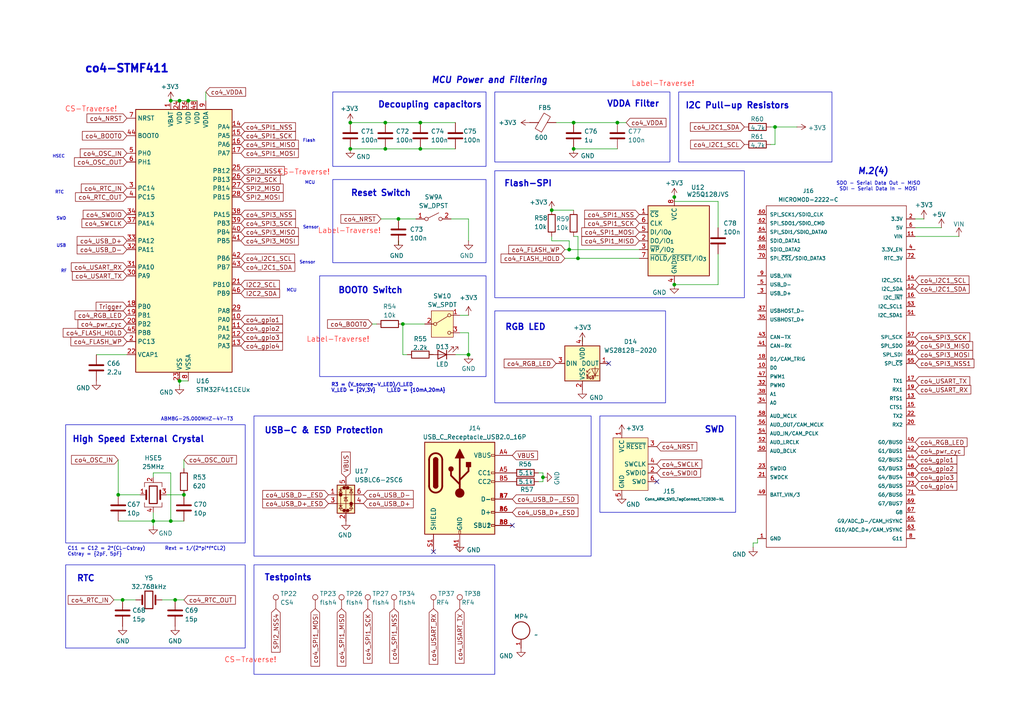
<source format=kicad_sch>
(kicad_sch (version 20250114) (generator "eeschema") (generator_version "9.0")
  (paper "A4")
  (rectangle (start 19.05 123.19) (end 71.12 157.48))
  (rectangle (start 196.85 26.67) (end 241.3 46.99))
  (rectangle (start 143.51 49.53) (end 215.9 86.36))
  (rectangle (start 73.66 120.65) (end 171.45 161.29))
  (rectangle (start 96.52 26.67) (end 140.97 48.26))
  (rectangle (start 96.52 52.07) (end 140.97 76.2))
  (rectangle (start 19.05 163.83) (end 71.12 187.96))
  (rectangle (start 143.51 90.17) (end 193.04 116.84))
  (rectangle (start 173.99 120.65) (end 213.36 148.59))
  (rectangle (start 143.51 26.67) (end 194.31 46.99))
  (rectangle (start 73.66 163.83) (end 143.51 195.58))
  (rectangle (start 92.71 80.01) (end 140.97 109.22))
  (text "MCU" (at 84.582 84.328 0) (effects (font (size 0.889 0.889))))
  (text "RTC\n" (at 24.892 167.894 0) (effects (font (size 1.778 1.778) (thickness 0.3556) (bold yes))))
  (text "Testpoints" (at 83.566 167.64 0) (effects (font (size 1.778 1.778) (thickness 0.3556) (bold yes))))
  (text "USB\n" (at 17.78 71.374 0) (effects (font (size 0.889 0.889))))
  (text "Sensor" (at 89.154 76.2 0) (effects (font (size 0.889 0.889))))
  (text "M.2(4)\n" (at 253.238 49.784 0) (effects (font (size 1.778 1.778) (thickness 0.3556) (bold yes) (italic yes))))
  (text "USB-C & ESD Protection\n" (at 93.98 124.968 0) (effects (font (size 1.778 1.778) (thickness 0.3556) (bold yes))))
  (text "HSEC" (at 17.018 45.466 0) (effects (font (size 0.889 0.889))))
  (text "MCU Power and Filtering" (at 141.986 23.368 0) (effects (font (size 1.778 1.778) (thickness 0.3556) (bold yes) (italic yes))))
  (text "Label-Traverse!\n" (at 98.044 98.552 0) (effects (font (size 1.524 1.524))))
  (text "VDDA Filter\n" (at 183.642 30.226 0) (effects (font (size 1.778 1.778) (thickness 0.3556) (bold yes))))
  (text "RTC" (at 17.272 55.88 0) (effects (font (size 0.889 0.889))))
  (text "RGB LED" (at 152.4 94.996 0) (effects (font (size 1.778 1.778) (thickness 0.3556) (bold yes))))
  (text "Label-Traverse!\n" (at 101.346 67.056 0) (effects (font (size 1.524 1.524))))
  (text "I2C Pull-up Resistors" (at 213.868 30.734 0) (effects (font (size 1.778 1.778) (thickness 0.3556) (bold yes))))
  (text "C11 = C12 = 2*(CL-Cstray)	Rext = 1/(2*pi*f*CL2)\nCstray = {2pF, 5pF}" (at 19.558 160.02 0) (effects (font (size 1.016 1.016) (thickness 0.1588)) (justify left)))
  (text "co4-STMF411\n\n" (at 36.83 21.844 0) (effects (font (size 2.286 2.286) (thickness 0.508) (bold yes))))
  (text "Flash" (at 89.662 40.894 0) (effects (font (size 0.889 0.889))))
  (text "Reset Switch\n" (at 110.49 56.134 0) (effects (font (size 1.778 1.778) (thickness 0.3556) (bold yes))))
  (text "RF" (at 18.542 78.74 0) (effects (font (size 0.889 0.889))))
  (text "R3 = (V_source-V_LED)/I_LED\nV_LED = {2V,3V}	I_LED = {10mA,20mA}" (at 96.012 112.522 0) (effects (font (size 1.016 1.016) (thickness 0.2032) (bold yes)) (justify left)))
  (text "Label-Traverse!\n" (at 192.278 24.384 0) (effects (font (size 1.524 1.524))))
  (text "CS-Traverse!\n" (at 88.138 50.038 0) (effects (font (size 1.524 1.524))))
  (text "SWD\n" (at 207.264 124.714 0) (effects (font (size 1.778 1.778) (thickness 0.3556) (bold yes))))
  (text "MCU" (at 89.916 53.086 0) (effects (font (size 0.889 0.889))))
  (text "CS-Traverse!\n" (at 26.416 31.75 0) (effects (font (size 1.524 1.524))))
  (text "BOOT0 Switch" (at 107.442 84.328 0) (effects (font (size 1.778 1.778) (thickness 0.3556) (bold yes))))
  (text "Sensor" (at 90.17 66.04 0) (effects (font (size 0.889 0.889))))
  (text "CS-Traverse!\n" (at 72.644 191.516 0) (effects (font (size 1.524 1.524))))
  (text "ABM8G-25.000MHZ-4Y-T3\n" (at 57.15 121.666 0) (effects (font (size 1.016 1.016) (thickness 0.1588))))
  (text "SDO - Serial Data Out - MISO\nSDI - Serial Data In - MOSI" (at 254.762 54.102 0) (effects (font (size 1.016 1.016))))
  (text "Decoupling capacitors\n" (at 124.714 30.48 0) (effects (font (size 1.778 1.778) (thickness 0.3556) (bold yes))))
  (text "Flash-SPI" (at 153.162 53.34 0) (effects (font (size 1.778 1.778) (thickness 0.3556) (bold yes))))
  (text "High Speed External Crystal" (at 40.132 127.508 0) (effects (font (size 1.778 1.778) (thickness 0.3556) (bold yes))))
  (text "SWD" (at 17.78 63.5 0) (effects (font (size 0.889 0.889))))
  (junction (at 44.45 151.13))
  (junction (at 135.89 102.87))
  (junction (at 52.07 29.21))
  (junction (at 35.56 173.99))
  (junction (at 101.6 43.18))
  (junction (at 111.76 35.56))
  (junction (at 49.53 151.13))
  (junction (at 111.76 43.18))
  (junction (at 52.07 110.49))
  (junction (at 167.64 74.93))
  (junction (at 121.92 35.56))
  (junction (at 195.58 57.15))
  (junction (at 166.37 43.18))
  (junction (at 49.53 29.21))
  (junction (at 115.57 63.5))
  (junction (at 116.84 93.98))
  (junction (at 54.61 29.21))
  (junction (at 224.79 36.83))
  (junction (at 121.92 43.18))
  (junction (at 53.34 143.51))
  (junction (at 50.8 173.99))
  (junction (at 165.1 72.39))
  (junction (at 157.48 138.43))
  (junction (at 195.58 82.55))
  (junction (at 34.29 143.51))
  (junction (at 101.6 35.56))
  (junction (at 166.37 35.56))
  (junction (at 160.02 60.96))
  (junction (at 179.07 35.56))
  (no_connect (at 176.53 105.41))
  (no_connect (at 125.73 160.02))
  (no_connect (at 148.59 152.4))
  (no_connect (at 190.5 139.7))
  (wire (pts (xy 33.02 173.99) (xy 35.56 173.99)))
  (wire (pts (xy 133.35 157.48) (xy 133.35 160.02)))
  (wire (pts (xy 59.69 26.67) (xy 59.69 29.21)))
  (wire (pts (xy 111.76 43.18) (xy 121.92 43.18)))
  (wire (pts (xy 181.61 35.56) (xy 179.07 35.56)))
  (wire (pts (xy 168.91 99.06) (xy 168.91 97.79)))
  (wire (pts (xy 218.44 157.48) (xy 218.44 158.75)))
  (wire (pts (xy 224.79 36.83) (xy 223.52 36.83)))
  (wire (pts (xy 44.45 151.13) (xy 44.45 148.59)))
  (wire (pts (xy 111.76 35.56) (xy 121.92 35.56)))
  (wire (pts (xy 157.48 137.16) (xy 156.21 137.16)))
  (wire (pts (xy 44.45 137.16) (xy 49.53 137.16)))
  (wire (pts (xy 167.64 74.93) (xy 185.42 74.93)))
  (wire (pts (xy 160.02 69.85) (xy 165.1 69.85)))
  (wire (pts (xy 121.92 43.18) (xy 132.08 43.18)))
  (wire (pts (xy 224.79 36.83) (xy 231.14 36.83)))
  (wire (pts (xy 165.1 72.39) (xy 185.42 72.39)))
  (wire (pts (xy 52.07 110.49) (xy 54.61 110.49)))
  (wire (pts (xy 163.83 72.39) (xy 165.1 72.39)))
  (wire (pts (xy 135.89 102.87) (xy 132.08 102.87)))
  (wire (pts (xy 57.15 29.21) (xy 54.61 29.21)))
  (wire (pts (xy 115.57 63.5) (xy 120.65 63.5)))
  (wire (pts (xy 166.37 68.58) (xy 167.64 68.58)))
  (wire (pts (xy 115.57 69.85) (xy 115.57 71.12)))
  (wire (pts (xy 125.73 102.87) (xy 124.46 102.87)))
  (wire (pts (xy 121.92 35.56) (xy 132.08 35.56)))
  (wire (pts (xy 116.84 93.98) (xy 116.84 102.87)))
  (wire (pts (xy 135.89 96.52) (xy 135.89 102.87)))
  (wire (pts (xy 157.48 139.7) (xy 157.48 138.43)))
  (wire (pts (xy 219.71 157.48) (xy 218.44 157.48)))
  (wire (pts (xy 224.79 41.91) (xy 223.52 41.91)))
  (wire (pts (xy 166.37 35.56) (xy 179.07 35.56)))
  (wire (pts (xy 208.28 58.42) (xy 208.28 66.04)))
  (wire (pts (xy 195.58 57.15) (xy 195.58 58.42)))
  (wire (pts (xy 273.05 66.04) (xy 265.43 66.04)))
  (wire (pts (xy 180.34 125.73) (xy 180.34 124.46)))
  (wire (pts (xy 116.84 93.98) (xy 123.19 93.98)))
  (wire (pts (xy 160.02 68.58) (xy 160.02 69.85)))
  (wire (pts (xy 156.21 139.7) (xy 157.48 139.7)))
  (wire (pts (xy 27.94 102.87) (xy 36.83 102.87)))
  (wire (pts (xy 52.07 29.21) (xy 49.53 29.21)))
  (wire (pts (xy 54.61 29.21) (xy 52.07 29.21)))
  (wire (pts (xy 130.81 63.5) (xy 135.89 63.5)))
  (wire (pts (xy 157.48 138.43) (xy 157.48 137.16)))
  (wire (pts (xy 165.1 69.85) (xy 165.1 72.39)))
  (wire (pts (xy 267.97 63.5) (xy 265.43 63.5)))
  (wire (pts (xy 133.35 96.52) (xy 135.89 96.52)))
  (wire (pts (xy 195.58 58.42) (xy 208.28 58.42)))
  (wire (pts (xy 219.71 157.48) (xy 219.71 156.21)))
  (wire (pts (xy 46.99 173.99) (xy 50.8 173.99)))
  (wire (pts (xy 34.29 151.13) (xy 44.45 151.13)))
  (wire (pts (xy 52.07 111.76) (xy 52.07 110.49)))
  (wire (pts (xy 224.79 41.91) (xy 224.79 36.83)))
  (wire (pts (xy 50.8 173.99) (xy 53.34 173.99)))
  (wire (pts (xy 278.13 68.58) (xy 265.43 68.58)))
  (wire (pts (xy 110.49 63.5) (xy 115.57 63.5)))
  (wire (pts (xy 101.6 35.56) (xy 111.76 35.56)))
  (wire (pts (xy 208.28 82.55) (xy 195.58 82.55)))
  (wire (pts (xy 53.34 133.35) (xy 53.34 135.89)))
  (wire (pts (xy 135.89 63.5) (xy 135.89 69.85)))
  (wire (pts (xy 44.45 152.4) (xy 44.45 151.13)))
  (wire (pts (xy 163.83 74.93) (xy 167.64 74.93)))
  (wire (pts (xy 107.95 93.98) (xy 109.22 93.98)))
  (wire (pts (xy 160.02 60.96) (xy 166.37 60.96)))
  (wire (pts (xy 34.29 143.51) (xy 40.64 143.51)))
  (wire (pts (xy 35.56 173.99) (xy 39.37 173.99)))
  (wire (pts (xy 118.11 102.87) (xy 116.84 102.87)))
  (wire (pts (xy 166.37 43.18) (xy 179.07 43.18)))
  (wire (pts (xy 34.29 133.35) (xy 34.29 143.51)))
  (wire (pts (xy 48.26 143.51) (xy 53.34 143.51)))
  (wire (pts (xy 49.53 137.16) (xy 49.53 151.13)))
  (wire (pts (xy 101.6 43.18) (xy 111.76 43.18)))
  (wire (pts (xy 208.28 73.66) (xy 208.28 82.55)))
  (wire (pts (xy 44.45 151.13) (xy 49.53 151.13)))
  (wire (pts (xy 180.34 143.51) (xy 180.34 144.78)))
  (wire (pts (xy 161.29 35.56) (xy 166.37 35.56)))
  (wire (pts (xy 135.89 91.44) (xy 133.35 91.44)))
  (wire (pts (xy 167.64 68.58) (xy 167.64 74.93)))
  (wire (pts (xy 44.45 138.43) (xy 44.45 137.16)))
  (wire (pts (xy 49.53 151.13) (xy 53.34 151.13)))
  (global_label "co4_I2C1_SDA" (shape input) (at 69.85 77.47 0) (property "Intersheetrefs" "${INTERSHEET_REFS}" (effects (hide yes))))
  (global_label "VBUS" (shape input) (at 148.59 132.08 0) (effects (font (thickness 0.1588))) (property "Intersheetrefs" "${INTERSHEET_REFS}" (effects (hide yes))))
  (global_label "co4_USART_RX" (shape input) (at 36.83 77.47 180) (property "Intersheetrefs" "${INTERSHEET_REFS}" (effects (hide yes))))
  (global_label "co4_USART_TX" (shape input) (at 36.83 80.01 180) (property "Intersheetrefs" "${INTERSHEET_REFS}" (effects (hide yes))))
  (global_label "co4_gpio4" (shape input) (at 69.85 100.33 0) (effects (font (thickness 0.1588))) (property "Intersheetrefs" "${INTERSHEET_REFS}" (effects (hide yes))))
  (global_label "co4_RGB_LED" (shape input) (at 265.43 128.27 0) (property "Intersheetrefs" "${INTERSHEET_REFS}" (effects (hide yes))))
  (global_label "co4_USB_D+" (shape input) (at 36.83 69.85 180) (property "Intersheetrefs" "${INTERSHEET_REFS}" (effects (hide yes))))
  (global_label "co4_RTC_IN" (shape input) (at 36.83 54.61 180) (property "Intersheetrefs" "${INTERSHEET_REFS}" (effects (hide yes))))
  (global_label "co4_SPI3_SCK" (shape input) (at 69.85 64.77 0) (property "Intersheetrefs" "${INTERSHEET_REFS}" (effects (hide yes))))
  (global_label "co4_pwr_cyc" (shape input) (at 265.43 130.81 0) (property "Intersheetrefs" "${INTERSHEET_REFS}" (effects (hide yes))))
  (global_label "co4_OSC_IN" (shape input) (at 36.83 44.45 180) (property "Intersheetrefs" "${INTERSHEET_REFS}" (effects (hide yes))))
  (global_label "co4_SPI1_MOSI" (shape input) (at 185.42 67.31 180) (property "Intersheetrefs" "${INTERSHEET_REFS}" (effects (hide yes))))
  (global_label "co4_SPI3_NSS" (shape input) (at 69.85 62.23 0) (property "Intersheetrefs" "${INTERSHEET_REFS}" (effects (hide yes))))
  (global_label "co4_SPI1_MISO" (shape input) (at 69.85 41.91 0) (property "Intersheetrefs" "${INTERSHEET_REFS}" (effects (hide yes))))
  (global_label "co4_FLASH_WP" (shape input) (at 163.83 72.39 180) (property "Intersheetrefs" "${INTERSHEET_REFS}" (effects (hide yes))))
  (global_label "co4_gpio4" (shape input) (at 265.43 140.97 0) (effects (font (thickness 0.1588))) (property "Intersheetrefs" "${INTERSHEET_REFS}" (effects (hide yes))))
  (global_label "co4_gpio2" (shape input) (at 265.43 135.89 0) (effects (font (thickness 0.1588))) (property "Intersheetrefs" "${INTERSHEET_REFS}" (effects (hide yes))))
  (global_label "co4_RTC_OUT" (shape input) (at 36.83 57.15 180) (property "Intersheetrefs" "${INTERSHEET_REFS}" (effects (hide yes))))
  (global_label "co4_gpio1" (shape input) (at 69.85 92.71 0) (effects (font (thickness 0.1588))) (property "Intersheetrefs" "${INTERSHEET_REFS}" (effects (hide yes))))
  (global_label "co4_USB_D+" (shape input) (at 105.41 146.05 0) (property "Intersheetrefs" "${INTERSHEET_REFS}" (effects (hide yes))))
  (global_label "co4_gpio1" (shape input) (at 265.43 133.35 0) (effects (font (thickness 0.1588))) (property "Intersheetrefs" "${INTERSHEET_REFS}" (effects (hide yes))))
  (global_label "co4_USART_TX" (shape input) (at 133.35 176.53 270) (property "Intersheetrefs" "${INTERSHEET_REFS}" (effects (hide yes))))
  (global_label "co4_RTC_IN" (shape input) (at 33.02 173.99 180) (property "Intersheetrefs" "${INTERSHEET_REFS}" (effects (hide yes))))
  (global_label "I2C2_SCL" (shape input) (at 69.85 82.55 0) (property "Intersheetrefs" "${INTERSHEET_REFS}" (effects (hide yes))))
  (global_label "co4_gpio3" (shape input) (at 265.43 138.43 0) (effects (font (thickness 0.1588))) (property "Intersheetrefs" "${INTERSHEET_REFS}" (effects (hide yes))))
  (global_label "co4_pwr_cyc" (shape input) (at 36.83 93.98 180) (property "Intersheetrefs" "${INTERSHEET_REFS}" (effects (hide yes))))
  (global_label "co4_USB_D-_ESD" (shape input) (at 148.59 144.78 0) (effects (font (thickness 0.1588))) (property "Intersheetrefs" "${INTERSHEET_REFS}" (effects (hide yes))))
  (global_label "co4_SPI1_MISO" (shape input) (at 185.42 69.85 180) (property "Intersheetrefs" "${INTERSHEET_REFS}" (effects (hide yes))))
  (global_label "co4_SPI3_SCK" (shape input) (at 265.43 97.79 0) (effects (font (thickness 0.1588))) (property "Intersheetrefs" "${INTERSHEET_REFS}" (effects (hide yes))))
  (global_label "co4_NRST" (shape input) (at 190.5 129.54 0) (property "Intersheetrefs" "${INTERSHEET_REFS}" (effects (hide yes))))
  (global_label "co4_BOOT0" (shape input) (at 36.83 39.37 180) (property "Intersheetrefs" "${INTERSHEET_REFS}" (effects (hide yes))))
  (global_label "co4_I2C1_SCL" (shape input) (at 69.85 74.93 0) (property "Intersheetrefs" "${INTERSHEET_REFS}" (effects (hide yes))))
  (global_label "co4_SPI1_NSS" (shape input) (at 69.85 36.83 0) (effects (font (thickness 0.1588))) (property "Intersheetrefs" "${INTERSHEET_REFS}" (effects (hide yes))))
  (global_label "co4_RTC_OUT" (shape input) (at 53.34 173.99 0) (property "Intersheetrefs" "${INTERSHEET_REFS}" (effects (hide yes))))
  (global_label "co4_VDDA" (shape input) (at 181.61 35.56 0) (property "Intersheetrefs" "${INTERSHEET_REFS}" (effects (hide yes))))
  (global_label "co4_USB_D+_ESD" (shape input) (at 148.59 148.59 0) (effects (font (thickness 0.1588))) (property "Intersheetrefs" "${INTERSHEET_REFS}" (effects (hide yes))))
  (global_label "SPI2_NSS4" (shape input) (at 69.85 49.53 0) (property "Intersheetrefs" "${INTERSHEET_REFS}" (effects (hide yes))))
  (global_label "co4_BOOT0" (shape input) (at 107.95 93.98 180) (effects (font (thickness 0.1588))) (property "Intersheetrefs" "${INTERSHEET_REFS}" (effects (hide yes))))
  (global_label "SPI2_SCK" (shape input) (at 69.85 52.07 0) (property "Intersheetrefs" "${INTERSHEET_REFS}" (effects (hide yes))))
  (global_label "co4_SPI3_NSS1" (shape input) (at 265.43 105.41 0) (effects (font (thickness 0.1588))) (property "Intersheetrefs" "${INTERSHEET_REFS}" (effects (hide yes))))
  (global_label "co4_USB_D-" (shape input) (at 105.41 143.51 0) (property "Intersheetrefs" "${INTERSHEET_REFS}" (effects (hide yes))))
  (global_label "co4_USART_TX" (shape input) (at 265.43 110.49 0) (property "Intersheetrefs" "${INTERSHEET_REFS}" (effects (hide yes))))
  (global_label "co4_SWCLK" (shape input) (at 190.5 134.62 0) (property "Intersheetrefs" "${INTERSHEET_REFS}" (effects (hide yes))))
  (global_label "co4_I2C1_SDA" (shape input) (at 265.43 83.82 0) (property "Intersheetrefs" "${INTERSHEET_REFS}" (effects (hide yes))))
  (global_label "co4_USART_RX" (shape input) (at 125.73 176.53 270) (property "Intersheetrefs" "${INTERSHEET_REFS}" (effects (hide yes))))
  (global_label "co4_I2C1_SDA" (shape input) (at 215.9 36.83 180) (effects (font (thickness 0.1588))) (property "Intersheetrefs" "${INTERSHEET_REFS}" (effects (hide yes))))
  (global_label "VBUS" (shape input) (at 100.33 138.43 90) (effects (font (thickness 0.1588))) (property "Intersheetrefs" "${INTERSHEET_REFS}" (effects (hide yes))))
  (global_label "co4_RGB_LED" (shape input) (at 36.83 91.44 180) (property "Intersheetrefs" "${INTERSHEET_REFS}" (effects (hide yes))))
  (global_label "SPI2_MOSI" (shape input) (at 69.85 57.15 0) (property "Intersheetrefs" "${INTERSHEET_REFS}" (effects (hide yes))))
  (global_label "co4_SWDIO" (shape input) (at 36.83 62.23 180) (property "Intersheetrefs" "${INTERSHEET_REFS}" (effects (hide yes))))
  (global_label "co4_FLASH_HOLD" (shape input) (at 163.83 74.93 180) (property "Intersheetrefs" "${INTERSHEET_REFS}" (effects (hide yes))))
  (global_label "SPI2_NSS4" (shape input) (at 80.01 176.53 270) (property "Intersheetrefs" "${INTERSHEET_REFS}" (effects (hide yes))))
  (global_label "Trigger" (shape input) (at 36.83 88.9 180) (property "Intersheetrefs" "${INTERSHEET_REFS}" (effects (hide yes))))
  (global_label "co4_SPI3_MOSI" (shape input) (at 265.43 102.87 0) (property "Intersheetrefs" "${INTERSHEET_REFS}" (effects (hide yes))))
  (global_label "co4_OSC_OUT" (shape input) (at 36.83 46.99 180) (property "Intersheetrefs" "${INTERSHEET_REFS}" (effects (hide yes))))
  (global_label "co4_gpio2" (shape input) (at 69.85 95.25 0) (effects (font (thickness 0.1588))) (property "Intersheetrefs" "${INTERSHEET_REFS}" (effects (hide yes))))
  (global_label "co4_VDDA" (shape input) (at 59.69 26.67 0) (property "Intersheetrefs" "${INTERSHEET_REFS}" (effects (hide yes))))
  (global_label "co4_USART_RX" (shape input) (at 265.43 113.03 0) (property "Intersheetrefs" "${INTERSHEET_REFS}" (effects (hide yes))))
  (global_label "co4_USB_D+_ESD" (shape input) (at 95.25 146.05 180) (effects (font (thickness 0.1588))) (property "Intersheetrefs" "${INTERSHEET_REFS}" (effects (hide yes))))
  (global_label "co4_SPI1_MISO" (shape input) (at 99.06 176.53 270) (property "Intersheetrefs" "${INTERSHEET_REFS}" (effects (hide yes))))
  (global_label "co4_SPI1_SCK" (shape input) (at 106.68 176.53 270) (property "Intersheetrefs" "${INTERSHEET_REFS}" (effects (hide yes))))
  (global_label "co4_SWDIO" (shape input) (at 190.5 137.16 0) (property "Intersheetrefs" "${INTERSHEET_REFS}" (effects (hide yes))))
  (global_label "co4_USB_D-_ESD" (shape input) (at 95.25 143.51 180) (effects (font (thickness 0.1588))) (property "Intersheetrefs" "${INTERSHEET_REFS}" (effects (hide yes))))
  (global_label "co4_SPI1_SCK" (shape input) (at 69.85 39.37 0) (effects (font (thickness 0.1588))) (property "Intersheetrefs" "${INTERSHEET_REFS}" (effects (hide yes))))
  (global_label "co4_I2C1_SCL" (shape input) (at 265.43 81.28 0) (property "Intersheetrefs" "${INTERSHEET_REFS}" (effects (hide yes))))
  (global_label "co4_FLASH_HOLD" (shape input) (at 36.83 96.52 180) (property "Intersheetrefs" "${INTERSHEET_REFS}" (effects (hide yes))))
  (global_label "co4_gpio3" (shape input) (at 69.85 97.79 0) (effects (font (thickness 0.1588))) (property "Intersheetrefs" "${INTERSHEET_REFS}" (effects (hide yes))))
  (global_label "co4_USB_D-" (shape input) (at 36.83 72.39 180) (property "Intersheetrefs" "${INTERSHEET_REFS}" (effects (hide yes))))
  (global_label "co4_I2C1_SCL" (shape input) (at 215.9 41.91 180) (property "Intersheetrefs" "${INTERSHEET_REFS}" (effects (hide yes))))
  (global_label "co4_SPI3_MISO" (shape input) (at 265.43 100.33 0) (property "Intersheetrefs" "${INTERSHEET_REFS}" (effects (hide yes))))
  (global_label "SPI2_MISO" (shape input) (at 69.85 54.61 0) (property "Intersheetrefs" "${INTERSHEET_REFS}" (effects (hide yes))))
  (global_label "co4_NRST" (shape input) (at 36.83 34.29 180) (property "Intersheetrefs" "${INTERSHEET_REFS}" (effects (hide yes))))
  (global_label "co4_SPI1_MOSI" (shape input) (at 69.85 44.45 0) (property "Intersheetrefs" "${INTERSHEET_REFS}" (effects (hide yes))))
  (global_label "co4_OSC_OUT" (shape input) (at 53.34 133.35 0) (property "Intersheetrefs" "${INTERSHEET_REFS}" (effects (hide yes))))
  (global_label "co4_SPI1_MOSI" (shape input) (at 91.44 176.53 270) (property "Intersheetrefs" "${INTERSHEET_REFS}" (effects (hide yes))))
  (global_label "co4_FLASH_WP" (shape input) (at 36.83 99.06 180) (property "Intersheetrefs" "${INTERSHEET_REFS}" (effects (hide yes))))
  (global_label "co4_SWCLK" (shape input) (at 36.83 64.77 180) (property "Intersheetrefs" "${INTERSHEET_REFS}" (effects (hide yes))))
  (global_label "co4_OSC_IN" (shape input) (at 34.29 133.35 180) (property "Intersheetrefs" "${INTERSHEET_REFS}" (effects (hide yes))))
  (global_label "I2C2_SDA" (shape input) (at 69.85 85.09 0) (property "Intersheetrefs" "${INTERSHEET_REFS}" (effects (hide yes))))
  (global_label "co4_NRST" (shape input) (at 110.49 63.5 180) (property "Intersheetrefs" "${INTERSHEET_REFS}" (effects (hide yes))))
  (global_label "co4_SPI3_MOSI" (shape input) (at 69.85 69.85 0) (property "Intersheetrefs" "${INTERSHEET_REFS}" (effects (hide yes))))
  (global_label "co4_SPI1_SCK" (shape input) (at 185.42 64.77 180) (property "Intersheetrefs" "${INTERSHEET_REFS}" (effects (hide yes))))
  (global_label "co4_SPI1_NSS" (shape input) (at 114.3 176.53 270) (property "Intersheetrefs" "${INTERSHEET_REFS}" (effects (hide yes))))
  (global_label "co4_SPI1_NSS" (shape input) (at 185.42 62.23 180) (property "Intersheetrefs" "${INTERSHEET_REFS}" (effects (hide yes))))
  (global_label "co4_RGB_LED" (shape input) (at 161.29 105.41 180) (effects (font (thickness 0.1588))) (property "Intersheetrefs" "${INTERSHEET_REFS}" (effects (hide yes))))
  (global_label "co4_SPI3_MISO" (shape input) (at 69.85 67.31 0) (property "Intersheetrefs" "${INTERSHEET_REFS}" (effects (hide yes))))
  (symbol (lib_id "power:GND") (at 168.91 113.03 0) (unit 1)
    (property "Reference" "#PWR0146" (effects (hide yes)))
    (property "Value" "GND" (at 172.974 115.316 0))
    (property "Description" "Power symbol creates a global label with name \"GND\" , ground" (effects (hide yes)))
  )
  (symbol (lib_id "Connector:Conn_ARM_SWD_TagConnect_TC2030-NL") (at 182.88 134.62 0) (unit 1) (in_bom no)
    (property "Reference" "J15" (at 195.834 142.494 0) (effects (justify right)))
    (property "Value" "Conn_ARM_SWD_TagConnect_TC2030-NL" (at 210.058 144.78 0) (effects (font (size 0.762 0.762)) (justify right)))
    (property "Footprint" "Connector:Tag-Connect_TC2030-IDC-NL_2x03_P1.27mm_Vertical" (effects (hide yes)))
    (property "Datasheet" "https://www.tag-connect.com/wp-content/uploads/bsk-pdf-manager/TC2030-CTX_1.pdf" (effects (hide yes)))
    (property "Description" "Tag-Connect ARM Cortex SWD JTAG connector, 6 pin, no legs" (effects (hide yes)))
  )
  (symbol (lib_id "SparkFun-MicroMod:MICROMOD-2222-C") (at 242.57 113.03 0) (unit 1)
    (property "Reference" "J16" (at 234.442 55.372 0) (effects (font (size 1.143 1.143))))
    (property "Value" "MICROMOD-2222-C" (at 234.442 57.912 0) (effects (font (size 1.143 1.143))))
    (property "Footprint" "mdot2:TE_2199119-4" (effects (hide yes)))
  )
  (symbol (lib_id "power:GND") (at 195.58 82.55 0) (unit 1)
    (property "Reference" "#PWR0150" (effects (hide yes)))
    (property "Value" "GND" (at 191.262 84.836 0))
    (property "Description" "Power symbol creates a global label with name \"GND\" , ground" (effects (hide yes)))
  )
  (symbol (lib_id "Device:C") (at 50.8 177.8 0) (unit 1)
    (property "Reference" "C69" (at 53.594 177.038 0) (effects (justify left)))
    (property "Value" "15p" (at 53.594 179.578 0) (effects (justify left)))
    (property "Footprint" "Capacitor_SMD:C_0402_1005Metric" (effects (hide yes)))
    (property "Description" "Unpolarized capacitor" (effects (hide yes)))
  )
  (symbol (lib_id "power:GND") (at 50.8 181.61 0) (unit 1)
    (property "Reference" "#PWR0131" (effects (hide yes)))
    (property "Value" "GND" (at 50.8 185.928 0))
    (property "Description" "Power symbol creates a global label with name \"GND\" , ground" (effects (hide yes)))
  )
  (symbol (lib_id "power:+3V3") (at 153.67 35.56 90) (unit 1)
    (property "Reference" "#PWR0141" (effects (hide yes)))
    (property "Value" "+3V3" (at 149.86 35.5599 90) (effects (justify left)))
    (property "Description" "Power symbol creates a global label with name \"+3V3\"" (effects (hide yes)))
  )
  (symbol (lib_id "power:GND") (at 27.94 110.49 0) (unit 1)
    (property "Reference" "#PWR0127" (effects (hide yes)))
    (property "Value" "GND" (at 24.13 112.522 0))
    (property "Description" "Power symbol creates a global label with name \"GND\" , ground" (effects (hide yes)))
  )
  (symbol (lib_id "Device:C") (at 101.6 39.37 0) (unit 1)
    (property "Reference" "C71" (at 104.648 38.1 0) (effects (justify left)))
    (property "Value" "100n" (at 104.648 40.64 0) (effects (justify left)))
    (property "Footprint" "Capacitor_SMD:C_0402_1005Metric" (effects (hide yes)))
    (property "Description" "Unpolarized capacitor" (effects (hide yes)))
  )
  (symbol (lib_id "Device:C") (at 132.08 39.37 0) (unit 1)
    (property "Reference" "C75" (at 134.366 38.1 0) (effects (justify left)))
    (property "Value" "100n" (at 134.366 40.64 0) (effects (justify left)))
    (property "Footprint" "Capacitor_SMD:C_0402_1005Metric" (effects (hide yes)))
    (property "Description" "Unpolarized capacitor" (effects (hide yes)))
  )
  (symbol (lib_id "power:GND") (at 135.89 102.87 0) (unit 1)
    (property "Reference" "#PWR0140" (effects (hide yes)))
    (property "Value" "GND" (at 135.89 106.934 0))
    (property "Description" "Power symbol creates a global label with name \"GND\" , ground" (effects (hide yes)))
  )
  (symbol (lib_id "Device:R") (at 113.03 93.98 90) (unit 1)
    (property "Reference" "R54" (at 113.03 88.9 90))
    (property "Value" "10k" (at 113.03 91.44 90))
    (property "Footprint" "Resistor_SMD:R_0402_1005Metric" (effects (hide yes)))
    (property "Description" "Resistor" (effects (hide yes)))
  )
  (symbol (lib_id "Device:R") (at 219.71 36.83 270) (unit 1)
    (property "Reference" "R60" (at 217.678 34.544 90) (effects (justify left)))
    (property "Value" "4.7k" (at 217.678 37.084 90) (effects (justify left)))
    (property "Footprint" "Resistor_SMD:R_0402_1005Metric" (effects (hide yes)))
    (property "Description" "Resistor" (effects (hide yes)))
  )
  (symbol (lib_id "Device:C") (at 179.07 39.37 0) (unit 1)
    (property "Reference" "C77" (at 182.118 38.1 0) (effects (justify left)))
    (property "Value" "100n" (at 182.118 40.64 0) (effects (justify left)))
    (property "Footprint" "Capacitor_SMD:C_0402_1005Metric" (effects (hide yes)))
    (property "Description" "Unpolarized capacitor" (effects (hide yes)))
  )
  (symbol (lib_id "power:+3V3") (at 278.13 68.58 0) (unit 1)
    (property "Reference" "#PWR0155" (effects (hide yes)))
    (property "Value" "VIN" (at 278.13 65.024 0))
    (property "Description" "Power symbol creates a global label with name \"+3V3\"" (effects (hide yes)))
  )
  (symbol (lib_id "WA-SMSI_9774XXX151:WA-SMSI_9774XXX151") (at 151.13 182.88 90) (unit 1)
    (property "Reference" "MP4" (at 149.098 178.816 90) (effects (justify right)))
    (property "Value" "~" (at 154.94 184.15 90) (effects (justify right)))
    (property "Footprint" "WA-SMSI_9774XXX151:WA-SMSI_9774025151" (effects (hide yes)))
    (property "Check_prices" "https://www.snapeda.com/parts/9774025151R/W%25C3%25BCrth+Elektronik+Midcom/view-part/?ref=eda" (effects (hide yes)))
    (property "MF" "Würth Elektronik" (effects (hide yes)))
    (property "THREAD" "M2.5" (effects (hide yes)))
    (property "INNER-DIAMETER" "3.5mm" (effects (hide yes)))
    (property "Package" "None" (effects (hide yes)))
    (property "Price" "None" (effects (hide yes)))
    (property "PIN-LENGTH" "2.5mm" (effects (hide yes)))
    (property "INNER-THREAD-LENGTH" "-" (effects (hide yes)))
    (property "VALUE" "M2.5 x 2.5mm" (effects (hide yes)))
    (property "Availability" "In Stock" (effects (hide yes)))
    (property "SnapEDA_Link" "https://www.snapeda.com/parts/9774025151R/W%25C3%25BCrth+Elektronik+Midcom/view-part/?ref=snap" (effects (hide yes)))
    (property "DATASHEET-URL" "https://www.we-online.com/catalog/datasheet/9774025151R.pdf" (effects (hide yes)))
    (property "MP" "9774025151R" (effects (hide yes)))
    (property "PART-NUMBER" "9774025151R" (effects (hide yes)))
    (property "OUTER-DIAMETER" "5.1mm" (effects (hide yes)))
    (property "Description_1" "Round Standoff Threaded M2.5x0.45 Steel 0.098 (2.50mm) -" (effects (hide yes)))
  )
  (symbol (lib_id "power:GND") (at 157.48 138.43 90) (unit 1)
    (property "Reference" "#PWR0142" (effects (hide yes)))
    (property "Value" "GND" (at 161.544 136.652 0) (effects (justify right)))
    (property "Description" "Power symbol creates a global label with name \"GND\" , ground" (effects (hide yes)))
  )
  (symbol (lib_id "Connector:TestPoint") (at 133.35 176.53 0) (unit 1)
    (property "Reference" "TP38" (at 134.62 172.212 0) (effects (justify left)))
    (property "Value" "RF4" (at 133.858 174.752 0) (effects (justify left)))
    (property "Footprint" "TestPoint:TestPoint_Pad_D1.0mm" (effects (hide yes)))
    (property "Description" "test point" (effects (hide yes)))
  )
  (symbol (lib_id "Device:FerriteBead") (at 157.48 35.56 90) (unit 1)
    (property "Reference" "FB5" (at 157.988 31.242 90))
    (property "Value" "600" (at 156.972 39.878 90))
    (property "Footprint" "Inductor_SMD:L_0402_1005Metric" (effects (hide yes)))
    (property "Description" "Ferrite bead" (effects (hide yes)))
  )
  (symbol (lib_id "Device:C") (at 53.34 147.32 0) (unit 1)
    (property "Reference" "C70" (at 56.134 146.304 0) (effects (justify left)))
    (property "Value" "10p" (at 56.134 148.844 0) (effects (justify left)))
    (property "Footprint" "Capacitor_SMD:C_0402_1005Metric" (effects (hide yes)))
    (property "Description" "Unpolarized capacitor" (effects (hide yes)))
  )
  (symbol (lib_id "Connector:TestPoint") (at 114.3 176.53 0) (unit 1)
    (property "Reference" "TP34" (at 115.57 172.212 0) (effects (justify left)))
    (property "Value" "flsh4" (at 115.57 174.752 0) (effects (justify left)))
    (property "Footprint" "TestPoint:TestPoint_Pad_D1.0mm" (effects (hide yes)))
    (property "Description" "test point" (effects (hide yes)))
  )
  (symbol (lib_id "power:+3V3") (at 267.97 63.5 0) (unit 1)
    (property "Reference" "#PWR0153" (effects (hide yes)))
    (property "Value" "+3V3" (at 267.97 59.436 0))
    (property "Description" "Power symbol creates a global label with name \"+3V3\"" (effects (hide yes)))
  )
  (symbol (lib_id "Device:C") (at 121.92 39.37 0) (unit 1)
    (property "Reference" "C74" (at 124.968 38.1 0) (effects (justify left)))
    (property "Value" "100n" (at 124.968 40.64 0) (effects (justify left)))
    (property "Footprint" "Capacitor_SMD:C_0402_1005Metric" (effects (hide yes)))
    (property "Description" "Unpolarized capacitor" (effects (hide yes)))
  )
  (symbol (lib_id "power:+3V3") (at 49.53 29.21 0) (unit 1)
    (property "Reference" "#PWR0130" (effects (hide yes)))
    (property "Value" "+3V3" (at 49.276 25.146 0))
    (property "Description" "Power symbol creates a global label with name \"+3V3\"" (effects (hide yes)))
  )
  (symbol (lib_id "power:+3V3") (at 231.14 36.83 270) (unit 1)
    (property "Reference" "#PWR0152" (effects (hide yes)))
    (property "Value" "+3V3" (at 236.982 37.084 90))
    (property "Description" "Power symbol creates a global label with name \"+3V3\"" (effects (hide yes)))
  )
  (symbol (lib_id "power:GND") (at 135.89 69.85 0) (unit 1)
    (property "Reference" "#PWR0138" (effects (hide yes)))
    (property "Value" "GND" (at 137.414 74.168 0) (effects (justify right)))
    (property "Description" "Power symbol creates a global label with name \"GND\" , ground" (effects (hide yes)))
  )
  (symbol (lib_id "power:GND") (at 133.35 157.48 0) (unit 1)
    (property "Reference" "#PWR0137" (effects (hide yes)))
    (property "Value" "GND" (at 139.446 159.512 0) (effects (justify right)))
    (property "Description" "Power symbol creates a global label with name \"GND\" , ground" (effects (hide yes)))
  )
  (symbol (lib_id "LED:WS2812B-2020") (at 168.91 105.41 0) (unit 1)
    (property "Reference" "D14" (at 182.88 99.0914 0))
    (property "Value" "WS2812B-2020" (at 182.88 101.6314 0))
    (property "Footprint" "LED_SMD:LED_WS2812B-2020_PLCC4_2.0x2.0mm" (effects (hide yes)))
    (property "Datasheet" "https://cdn-shop.adafruit.com/product-files/4684/4684_WS2812B-2020_V1.3_EN.pdf" (effects (hide yes)))
    (property "Description" "RGB LED with integrated controller, 2.0 x 2.0 mm, 12 mA" (effects (hide yes)))
  )
  (symbol (lib_id "Device:R") (at 53.34 139.7 0) (unit 1)
    (property "Reference" "R53" (at 55.88 138.4299 0) (effects (justify left)))
    (property "Value" "620" (at 55.88 140.9699 0) (effects (justify left)))
    (property "Footprint" "Resistor_SMD:R_0402_1005Metric" (effects (hide yes)))
    (property "Description" "Resistor" (effects (hide yes)))
  )
  (symbol (lib_id "power:+3V3") (at 101.6 35.56 0) (unit 1)
    (property "Reference" "#PWR0134" (effects (hide yes)))
    (property "Value" "+3V3" (at 101.346 31.496 0))
    (property "Description" "Power symbol creates a global label with name \"+3V3\"" (effects (hide yes)))
  )
  (symbol (lib_id "Connector:TestPoint") (at 91.44 176.53 0) (unit 1)
    (property "Reference" "TP23" (at 92.71 172.212 0) (effects (justify left)))
    (property "Value" "flsh4" (at 92.71 174.752 0) (effects (justify left)))
    (property "Footprint" "TestPoint:TestPoint_Pad_D1.0mm" (effects (hide yes)))
    (property "Description" "test point" (effects (hide yes)))
  )
  (symbol (lib_id "power:GND") (at 218.44 158.75 0) (unit 1)
    (property "Reference" "#PWR0151" (effects (hide yes)))
    (property "Value" "GND" (at 214.376 160.782 0))
    (property "Description" "Power symbol creates a global label with name \"GND\" , ground" (effects (hide yes)))
  )
  (symbol (lib_id "Device:C") (at 34.29 147.32 0) (unit 1)
    (property "Reference" "C67" (at 36.83 146.304 0) (effects (justify left)))
    (property "Value" "10p" (at 36.83 148.844 0) (effects (justify left)))
    (property "Footprint" "Capacitor_SMD:C_0402_1005Metric" (effects (hide yes)))
    (property "Description" "Unpolarized capacitor" (effects (hide yes)))
  )
  (symbol (lib_id "power:+3V3") (at 168.91 99.06 0) (mirror y) (unit 1)
    (property "Reference" "#PWR0145" (effects (hide yes)))
    (property "Value" "+3V3" (at 168.91 94.996 0))
    (property "Description" "Power symbol creates a global label with name \"+3V3\"" (effects (hide yes)))
  )
  (symbol (lib_id "Device:C") (at 208.28 69.85 0) (unit 1)
    (property "Reference" "C78" (at 209.804 64.77 0) (effects (justify left)))
    (property "Value" "100n" (at 209.804 67.31 0) (effects (justify left)))
    (property "Footprint" "Capacitor_SMD:C_0402_1005Metric" (effects (hide yes)))
    (property "Description" "Unpolarized capacitor" (effects (hide yes)))
  )
  (symbol (lib_id "Device:R") (at 160.02 64.77 0) (unit 1)
    (property "Reference" "R58" (at 154.94 63.246 0) (effects (justify left)))
    (property "Value" "10k" (at 154.94 65.786 0) (effects (justify left)))
    (property "Footprint" "Resistor_SMD:R_0402_1005Metric" (effects (hide yes)))
    (property "Description" "Resistor" (effects (hide yes)))
  )
  (symbol (lib_id "Device:Crystal_GND24") (at 44.45 143.51 0) (unit 1)
    (property "Reference" "HSE5" (at 44.45 132.842 0))
    (property "Value" "25MHz" (at 44.45 135.382 0))
    (property "Footprint" "Crystal:Crystal_SMD_Abracon_ABM8G-4Pin_3.2x2.5mm" (effects (hide yes)))
    (property "Description" "Four pin crystal, GND on pins 2 and 4" (effects (hide yes)))
  )
  (symbol (lib_id "power:GND") (at 180.34 143.51 0) (unit 1)
    (property "Reference" "#PWR0148" (effects (hide yes)))
    (property "Value" "GND" (at 183.642 146.304 0))
    (property "Description" "Power symbol creates a global label with name \"GND\" , ground" (effects (hide yes)))
  )
  (symbol (lib_id "Connector:USB_C_Receptacle_USB2.0_16P") (at 133.35 147.32 0) (unit 1)
    (property "Reference" "J14" (at 137.668 124.206 0))
    (property "Value" "USB_C_Receptacle_USB2.0_16P" (at 137.668 126.746 0))
    (property "Footprint" "Connector_USB:USB_C_Receptacle_G-Switch_GT-USB-7051x" (effects (hide yes)))
    (property "Datasheet" "https://www.usb.org/sites/default/files/documents/usb_type-c.zip" (effects (hide yes)))
    (property "Description" "USB 2.0-only 16P Type-C Receptacle connector" (effects (hide yes)))
  )
  (symbol (lib_id "power:GND") (at 52.07 111.76 0) (unit 1)
    (property "Reference" "#PWR0132" (effects (hide yes)))
    (property "Value" "GND" (at 48.26 113.792 0))
    (property "Description" "Power symbol creates a global label with name \"GND\" , ground" (effects (hide yes)))
  )
  (symbol (lib_id "Device:Crystal") (at 43.18 173.99 0) (unit 1)
    (property "Reference" "Y5" (at 43.18 167.64 0))
    (property "Value" "32.768kHz" (at 43.18 170.18 0))
    (property "Footprint" "Crystal:Crystal_SMD_3215-2Pin_3.2x1.5mm" (effects (hide yes)))
    (property "Description" "Two pin crystal" (effects (hide yes)))
  )
  (symbol (lib_id "Switch:SW_SPDT") (at 128.27 93.98 0) (unit 1)
    (property "Reference" "SW10" (at 128.27 85.852 0))
    (property "Value" "SW_SPDT" (at 128.27 88.392 0))
    (property "Footprint" "CJS-1200TA:SW_CJS-1200TA" (effects (hide yes)))
    (property "Description" "Switch, single pole double throw" (effects (hide yes)))
  )
  (symbol (lib_id "power:+3V3") (at 160.02 60.96 0) (unit 1)
    (property "Reference" "#PWR0143" (effects (hide yes)))
    (property "Value" "+3V3" (at 156.21 58.674 0))
    (property "Description" "Power symbol creates a global label with name \"+3V3\"" (effects (hide yes)))
  )
  (symbol (lib_id "Device:C") (at 115.57 67.31 0) (unit 1)
    (property "Reference" "C73" (at 118.872 66.548 0) (effects (justify left)))
    (property "Value" "100n" (at 118.872 69.088 0) (effects (justify left)))
    (property "Footprint" "Capacitor_SMD:C_0402_1005Metric" (effects (hide yes)))
    (property "Description" "Unpolarized capacitor" (effects (hide yes)))
  )
  (symbol (lib_id "MCU_ST_STM32F4:STM32F411CEUx") (at 52.07 69.85 0) (unit 1)
    (property "Reference" "U16" (at 56.8041 110.49 0) (effects (justify left)))
    (property "Value" "STM32F411CEUx" (at 56.8041 113.03 0) (effects (justify left)))
    (property "Footprint" "Package_DFN_QFN:QFN-48-1EP_7x7mm_P0.5mm_EP5.6x5.6mm" (effects (hide yes)))
    (property "Datasheet" "https://www.st.com/resource/en/datasheet/stm32f411ce.pdf" (effects (hide yes)))
    (property "Description" "STMicroelectronics Arm Cortex-M4 MCU, 512KB flash, 128KB RAM, 100 MHz, 1.7-3.6V, 36 GPIO, UFQFPN48" (effects (hide yes)))
  )
  (symbol (lib_id "Connector:TestPoint") (at 106.68 176.53 0) (unit 1)
    (property "Reference" "TP27" (at 107.95 172.212 0) (effects (justify left)))
    (property "Value" "flsh4" (at 107.95 174.752 0) (effects (justify left)))
    (property "Footprint" "TestPoint:TestPoint_Pad_D1.0mm" (effects (hide yes)))
    (property "Description" "test point" (effects (hide yes)))
  )
  (symbol (lib_id "power:+3V3") (at 135.89 91.44 0) (unit 1)
    (property "Reference" "#PWR0139" (effects (hide yes)))
    (property "Value" "+3V3" (at 135.89 86.36 0))
    (property "Description" "Power symbol creates a global label with name \"+3V3\"" (effects (hide yes)))
  )
  (symbol (lib_id "Device:C") (at 35.56 177.8 0) (unit 1)
    (property "Reference" "C68" (at 38.354 177.038 0) (effects (justify left)))
    (property "Value" "15p" (at 38.354 179.578 0) (effects (justify left)))
    (property "Footprint" "Capacitor_SMD:C_0402_1005Metric" (effects (hide yes)))
    (property "Description" "Unpolarized capacitor" (effects (hide yes)))
  )
  (symbol (lib_id "Device:R") (at 166.37 64.77 0) (unit 1)
    (property "Reference" "R59" (at 161.29 63.5 0) (effects (justify left)))
    (property "Value" "10k" (at 161.29 66.04 0) (effects (justify left)))
    (property "Footprint" "Resistor_SMD:R_0402_1005Metric" (effects (hide yes)))
    (property "Description" "Resistor" (effects (hide yes)))
  )
  (symbol (lib_id "power:+3V3") (at 180.34 125.73 0) (unit 1)
    (property "Reference" "#PWR0147" (effects (hide yes)))
    (property "Value" "+3V3" (at 184.15 124.206 0))
    (property "Description" "Power symbol creates a global label with name \"+3V3\"" (effects (hide yes)))
  )
  (symbol (lib_id "Memory_Flash:W25Q128JVS") (at 195.58 69.85 0) (unit 1)
    (property "Reference" "U12" (at 200.406 54.356 0) (effects (justify left)))
    (property "Value" "W25Q128JVS" (at 199.136 56.388 0) (effects (justify left)))
    (property "Footprint" "Package_SO:SOIC-8_5.3x5.3mm_P1.27mm" (effects (hide yes)))
    (property "Datasheet" "https://www.winbond.com/resource-files/w25q128jv_dtr%20revc%2003272018%20plus.pdf" (effects (hide yes)))
    (property "Description" "128Mbit / 16MiB Serial Flash Memory, Standard/Dual/Quad SPI, 2.7-3.6V, SOIC-8" (effects (hide yes)))
  )
  (symbol (lib_id "power:GND") (at 115.57 69.85 0) (unit 1)
    (property "Reference" "#PWR0136" (effects (hide yes)))
    (property "Value" "GND" (at 117.094 74.168 0) (effects (justify right)))
    (property "Description" "Power symbol creates a global label with name \"GND\" , ground" (effects (hide yes)))
  )
  (symbol (lib_id "power:GND") (at 35.56 181.61 0) (unit 1)
    (property "Reference" "#PWR0128" (effects (hide yes)))
    (property "Value" "GND" (at 35.56 185.928 0))
    (property "Description" "Power symbol creates a global label with name \"GND\" , ground" (effects (hide yes)))
  )
  (symbol (lib_id "power:GND") (at 166.37 43.18 0) (unit 1)
    (property "Reference" "#PWR0144" (effects (hide yes)))
    (property "Value" "GND" (at 170.434 45.212 0))
    (property "Description" "Power symbol creates a global label with name \"GND\" , ground" (effects (hide yes)))
  )
  (symbol (lib_id "Device:C") (at 166.37 39.37 0) (unit 1)
    (property "Reference" "C76" (at 169.418 38.1 0) (effects (justify left)))
    (property "Value" "1u" (at 169.418 40.64 0) (effects (justify left)))
    (property "Footprint" "Capacitor_SMD:C_0603_1608Metric" (effects (hide yes)))
    (property "Description" "Unpolarized capacitor" (effects (hide yes)))
  )
  (symbol (lib_id "Device:C") (at 27.94 106.68 0) (unit 1)
    (property "Reference" "C66" (at 30.988 105.41 0) (effects (justify left)))
    (property "Value" "2.2u" (at 30.988 107.95 0) (effects (justify left)))
    (property "Footprint" "Capacitor_SMD:C_0603_1608Metric" (effects (hide yes)))
    (property "Description" "Unpolarized capacitor" (effects (hide yes)))
  )
  (symbol (lib_id "Switch:SW_DPST_x2") (at 125.73 63.5 0) (unit 1)
    (property "Reference" "SW9" (at 125.73 57.15 0))
    (property "Value" "SW_DPST" (at 125.73 59.69 0))
    (property "Footprint" "Button_Switch_SMD:SW_SPST_B3U-1000P" (effects (hide yes)))
    (property "Description" "Single Pole Single Throw (SPST) switch, separate symbol" (effects (hide yes)))
  )
  (symbol (lib_id "power:+3V3") (at 273.05 66.04 0) (unit 1)
    (property "Reference" "#PWR0154" (effects (hide yes)))
    (property "Value" "+5V" (at 272.288 62.23 0))
    (property "Description" "Power symbol creates a global label with name \"+3V3\"" (effects (hide yes)))
  )
  (symbol (lib_id "power:GND") (at 101.6 43.18 0) (unit 1)
    (property "Reference" "#PWR0135" (effects (hide yes)))
    (property "Value" "GND" (at 105.41 45.466 0))
    (property "Description" "Power symbol creates a global label with name \"GND\" , ground" (effects (hide yes)))
  )
  (symbol (lib_id "Connector:TestPoint") (at 99.06 176.53 0) (unit 1)
    (property "Reference" "TP26" (at 100.33 172.212 0) (effects (justify left)))
    (property "Value" "flsh4" (at 100.33 174.752 0) (effects (justify left)))
    (property "Footprint" "TestPoint:TestPoint_Pad_D1.0mm" (effects (hide yes)))
    (property "Description" "test point" (effects (hide yes)))
  )
  (symbol (lib_id "Connector:TestPoint") (at 80.01 176.53 0) (unit 1)
    (property "Reference" "TP22" (at 81.28 172.212 0) (effects (justify left)))
    (property "Value" "CS4" (at 81.28 174.752 0) (effects (justify left)))
    (property "Footprint" "TestPoint:TestPoint_Pad_D1.0mm" (effects (hide yes)))
    (property "Description" "test point" (effects (hide yes)))
  )
  (symbol (lib_id "power:GND") (at 44.45 152.4 0) (unit 1)
    (property "Reference" "#PWR0129" (effects (hide yes)))
    (property "Value" "GND" (at 48.006 154.686 0))
    (property "Description" "Power symbol creates a global label with name \"GND\" , ground" (effects (hide yes)))
  )
  (symbol (lib_id "Device:C") (at 111.76 39.37 0) (unit 1)
    (property "Reference" "C72" (at 114.808 38.1 0) (effects (justify left)))
    (property "Value" "100n" (at 114.808 40.64 0) (effects (justify left)))
    (property "Footprint" "Capacitor_SMD:C_0402_1005Metric" (effects (hide yes)))
    (property "Description" "Unpolarized capacitor" (effects (hide yes)))
  )
  (symbol (lib_id "Device:LED") (at 128.27 102.87 180) (unit 1)
    (property "Reference" "D13" (at 128.27 100.584 0))
    (property "Value" "LED" (at 128.27 105.664 0))
    (property "Footprint" "LED_SMD:LED_0603_1608Metric" (effects (hide yes)))
    (property "Description" "Light emitting diode" (effects (hide yes)))
  )
  (symbol (lib_id "Device:R") (at 219.71 41.91 270) (unit 1)
    (property "Reference" "R61" (at 217.678 39.624 90) (effects (justify left)))
    (property "Value" "4.7k" (at 217.678 42.164 90) (effects (justify left)))
    (property "Footprint" "Resistor_SMD:R_0402_1005Metric" (effects (hide yes)))
    (property "Description" "Resistor" (effects (hide yes)))
  )
  (symbol (lib_id "power:+3V3") (at 195.58 57.15 0) (unit 1)
    (property "Reference" "#PWR0149" (effects (hide yes)))
    (property "Value" "+3V3" (at 195.58 53.086 0))
    (property "Description" "Power symbol creates a global label with name \"+3V3\"" (effects (hide yes)))
  )
  (symbol (lib_id "power:GND") (at 100.33 151.13 0) (unit 1)
    (property "Reference" "#PWR0133" (effects (hide yes)))
    (property "Value" "GND" (at 102.108 155.194 0) (effects (justify right)))
    (property "Description" "Power symbol creates a global label with name \"GND\" , ground" (effects (hide yes)))
  )
  (symbol (lib_id "Device:R") (at 152.4 137.16 270) (unit 1)
    (property "Reference" "R56" (at 150.368 134.62 90) (effects (justify left)))
    (property "Value" "5.1k" (at 150.368 137.16 90) (effects (justify left)))
    (property "Footprint" "Resistor_SMD:R_0402_1005Metric" (effects (hide yes)))
    (property "Description" "Resistor" (effects (hide yes)))
  )
  (symbol (lib_id "power:GND") (at 151.13 187.96 0) (unit 1)
    (property "Reference" "#PWR0220" (effects (hide yes)))
    (property "Value" "GND" (at 146.812 190.246 0))
    (property "Description" "Power symbol creates a global label with name \"GND\" , ground" (effects (hide yes)))
  )
  (symbol (lib_id "Connector:TestPoint") (at 125.73 176.53 0) (unit 1)
    (property "Reference" "TP37" (at 127 172.212 0) (effects (justify left)))
    (property "Value" "RF4" (at 126.492 174.752 0) (effects (justify left)))
    (property "Footprint" "TestPoint:TestPoint_Pad_D1.0mm" (effects (hide yes)))
    (property "Description" "test point" (effects (hide yes)))
  )
  (symbol (lib_id "Power_Protection:USBLC6-2SC6") (at 100.33 143.51 0) (unit 1)
    (property "Reference" "U17" (at 102.87 136.652 0) (effects (justify left)))
    (property "Value" "USBLC6-2SC6" (at 102.87 139.192 0) (effects (justify left)))
    (property "Footprint" "Package_TO_SOT_SMD:SOT-23-6" (effects (hide yes)))
    (property "Datasheet" "https://www.st.com/resource/en/datasheet/usblc6-2.pdf" (effects (hide yes)))
    (property "Description" "Very low capacitance ESD protection diode, 2 data-line, SOT-23-6" (effects (hide yes)))
  )
  (symbol (lib_id "Device:R") (at 121.92 102.87 90) (unit 1)
    (property "Reference" "R55" (at 121.92 98.298 90))
    (property "Value" "2.2k" (at 121.92 100.838 90))
    (property "Footprint" "Resistor_SMD:R_0603_1608Metric" (effects (hide yes)))
    (property "Description" "Resistor" (effects (hide yes)))
  )
  (symbol (lib_id "Device:R") (at 152.4 139.7 270) (unit 1)
    (property "Reference" "R57" (at 150.876 141.986 90) (effects (justify left)))
    (property "Value" "5.1k" (at 150.368 139.7 90) (effects (justify left)))
    (property "Footprint" "Resistor_SMD:R_0402_1005Metric" (effects (hide yes)))
    (property "Description" "Resistor" (effects (hide yes)))
  )
)
</source>
